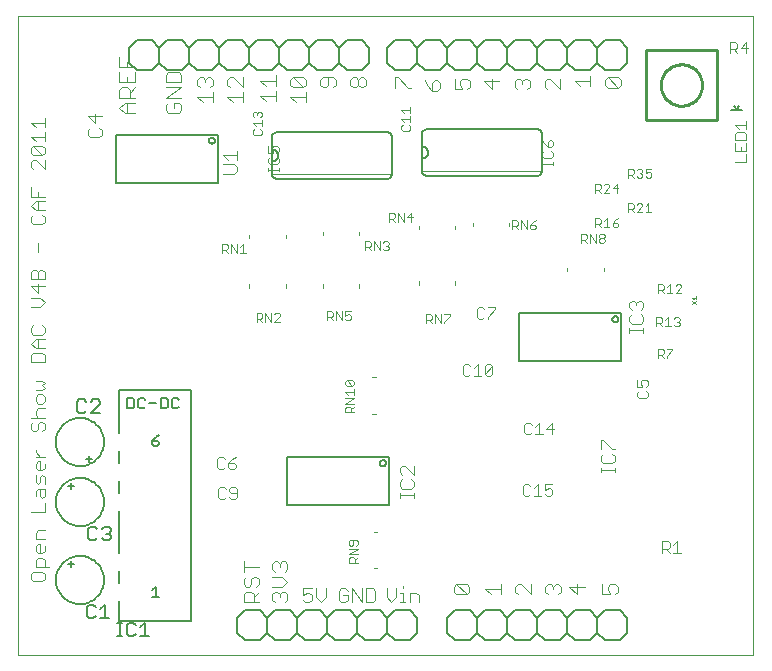
<source format=gto>
G75*
G70*
%OFA0B0*%
%FSLAX24Y24*%
%IPPOS*%
%LPD*%
%AMOC8*
5,1,8,0,0,1.08239X$1,22.5*
%
%ADD10C,0.0040*%
%ADD11C,0.0000*%
%ADD12C,0.0060*%
%ADD13C,0.0050*%
%ADD14C,0.0020*%
%ADD15C,0.0030*%
%ADD16C,0.0100*%
%ADD17C,0.0080*%
D10*
X003127Y003559D02*
X003434Y003559D01*
X003511Y003635D01*
X003511Y003789D01*
X003434Y003865D01*
X003127Y003865D01*
X003050Y003789D01*
X003050Y003635D01*
X003127Y003559D01*
X003204Y004019D02*
X003204Y004249D01*
X003280Y004326D01*
X003434Y004326D01*
X003511Y004249D01*
X003511Y004019D01*
X003664Y004019D02*
X003204Y004019D01*
X003280Y004479D02*
X003204Y004556D01*
X003204Y004709D01*
X003280Y004786D01*
X003357Y004786D01*
X003357Y004479D01*
X003434Y004479D02*
X003280Y004479D01*
X003434Y004479D02*
X003511Y004556D01*
X003511Y004709D01*
X003511Y004940D02*
X003204Y004940D01*
X003204Y005170D01*
X003280Y005246D01*
X003511Y005246D01*
X003511Y005860D02*
X003050Y005860D01*
X003511Y005860D02*
X003511Y006167D01*
X003434Y006321D02*
X003357Y006397D01*
X003357Y006628D01*
X003280Y006628D02*
X003511Y006628D01*
X003511Y006397D01*
X003434Y006321D01*
X003204Y006397D02*
X003204Y006551D01*
X003280Y006628D01*
X003280Y006781D02*
X003204Y006858D01*
X003204Y007088D01*
X003357Y007011D02*
X003357Y006858D01*
X003280Y006781D01*
X003511Y006781D02*
X003511Y007011D01*
X003434Y007088D01*
X003357Y007011D01*
X003357Y007241D02*
X003357Y007548D01*
X003280Y007548D01*
X003204Y007471D01*
X003204Y007318D01*
X003280Y007241D01*
X003434Y007241D01*
X003511Y007318D01*
X003511Y007471D01*
X003511Y007702D02*
X003204Y007702D01*
X003204Y007855D02*
X003204Y007932D01*
X003204Y007855D02*
X003357Y007702D01*
X003434Y008546D02*
X003511Y008622D01*
X003511Y008776D01*
X003434Y008853D01*
X003357Y008853D01*
X003280Y008776D01*
X003280Y008622D01*
X003204Y008546D01*
X003127Y008546D01*
X003050Y008622D01*
X003050Y008776D01*
X003127Y008853D01*
X003050Y009006D02*
X003511Y009006D01*
X003280Y009006D02*
X003204Y009083D01*
X003204Y009236D01*
X003280Y009313D01*
X003511Y009313D01*
X003434Y009466D02*
X003511Y009543D01*
X003511Y009697D01*
X003434Y009773D01*
X003280Y009773D01*
X003204Y009697D01*
X003204Y009543D01*
X003280Y009466D01*
X003434Y009466D01*
X003434Y009927D02*
X003511Y010003D01*
X003434Y010080D01*
X003511Y010157D01*
X003434Y010234D01*
X003204Y010234D01*
X003204Y009927D02*
X003434Y009927D01*
X003511Y010847D02*
X003050Y010847D01*
X003050Y011078D01*
X003127Y011154D01*
X003434Y011154D01*
X003511Y011078D01*
X003511Y010847D01*
X003511Y011308D02*
X003204Y011308D01*
X003050Y011461D01*
X003204Y011615D01*
X003511Y011615D01*
X003434Y011768D02*
X003511Y011845D01*
X003511Y011998D01*
X003434Y012075D01*
X003434Y011768D02*
X003127Y011768D01*
X003050Y011845D01*
X003050Y011998D01*
X003127Y012075D01*
X003280Y011615D02*
X003280Y011308D01*
X003357Y012689D02*
X003050Y012689D01*
X003050Y012996D02*
X003357Y012996D01*
X003511Y012842D01*
X003357Y012689D01*
X003280Y013149D02*
X003280Y013456D01*
X003280Y013610D02*
X003280Y013840D01*
X003357Y013916D01*
X003434Y013916D01*
X003511Y013840D01*
X003511Y013610D01*
X003050Y013610D01*
X003050Y013840D01*
X003127Y013916D01*
X003204Y013916D01*
X003280Y013840D01*
X003050Y013379D02*
X003280Y013149D01*
X003511Y013379D02*
X003050Y013379D01*
X003280Y014530D02*
X003280Y014837D01*
X003127Y015451D02*
X003434Y015451D01*
X003511Y015528D01*
X003511Y015681D01*
X003434Y015758D01*
X003511Y015911D02*
X003204Y015911D01*
X003050Y016065D01*
X003204Y016218D01*
X003511Y016218D01*
X003511Y016372D02*
X003050Y016372D01*
X003050Y016679D01*
X003280Y016525D02*
X003280Y016372D01*
X003280Y016218D02*
X003280Y015911D01*
X003127Y015758D02*
X003050Y015681D01*
X003050Y015528D01*
X003127Y015451D01*
X003127Y017292D02*
X003050Y017369D01*
X003050Y017523D01*
X003127Y017599D01*
X003204Y017599D01*
X003511Y017292D01*
X003511Y017599D01*
X003434Y017753D02*
X003511Y017829D01*
X003511Y017983D01*
X003434Y018060D01*
X003127Y018060D01*
X003434Y017753D01*
X003127Y017753D01*
X003050Y017829D01*
X003050Y017983D01*
X003127Y018060D01*
X003204Y018213D02*
X003050Y018367D01*
X003511Y018367D01*
X003511Y018520D02*
X003511Y018213D01*
X003511Y018673D02*
X003511Y018980D01*
X003511Y018827D02*
X003050Y018827D01*
X003204Y018673D01*
X004950Y018589D02*
X004950Y018435D01*
X005027Y018359D01*
X005334Y018359D01*
X005411Y018435D01*
X005411Y018589D01*
X005334Y018665D01*
X005180Y018819D02*
X005180Y019126D01*
X004950Y019049D02*
X005180Y018819D01*
X005027Y018665D02*
X004950Y018589D01*
X004950Y019049D02*
X005411Y019049D01*
X005999Y019329D02*
X006169Y019500D01*
X006511Y019500D01*
X006511Y019666D02*
X005999Y019666D01*
X005999Y019922D01*
X006084Y020007D01*
X006255Y020007D01*
X006340Y019922D01*
X006340Y019666D01*
X006340Y019837D02*
X006511Y020007D01*
X006511Y020174D02*
X006511Y020515D01*
X006511Y020681D02*
X005999Y020681D01*
X005999Y021022D01*
X006255Y020852D02*
X006255Y020681D01*
X005999Y020515D02*
X005999Y020174D01*
X006511Y020174D01*
X006255Y020174D02*
X006255Y020344D01*
X006255Y019500D02*
X006255Y019159D01*
X006169Y019159D02*
X005999Y019329D01*
X006169Y019159D02*
X006511Y019159D01*
X007549Y019244D02*
X007634Y019159D01*
X007975Y019159D01*
X008061Y019244D01*
X008061Y019414D01*
X007975Y019500D01*
X007805Y019500D01*
X007805Y019329D01*
X007634Y019500D02*
X007549Y019414D01*
X007549Y019244D01*
X007549Y019666D02*
X008061Y020007D01*
X007549Y020007D01*
X007549Y020174D02*
X007549Y020429D01*
X007634Y020515D01*
X007975Y020515D01*
X008061Y020429D01*
X008061Y020174D01*
X007549Y020174D01*
X007549Y019666D02*
X008061Y019666D01*
X008599Y019679D02*
X008769Y019509D01*
X008599Y019679D02*
X009111Y019679D01*
X009111Y019509D02*
X009111Y019850D01*
X009025Y020016D02*
X009111Y020101D01*
X009111Y020272D01*
X009025Y020357D01*
X008940Y020357D01*
X008855Y020272D01*
X008855Y020187D01*
X008855Y020272D02*
X008769Y020357D01*
X008684Y020357D01*
X008599Y020272D01*
X008599Y020101D01*
X008684Y020016D01*
X009599Y020101D02*
X009684Y020016D01*
X009599Y020101D02*
X009599Y020272D01*
X009684Y020357D01*
X009769Y020357D01*
X010111Y020016D01*
X010111Y020357D01*
X010111Y019850D02*
X010111Y019509D01*
X010111Y019679D02*
X009599Y019679D01*
X009769Y019509D01*
X010699Y019729D02*
X011211Y019729D01*
X011211Y019559D02*
X011211Y019900D01*
X011211Y020066D02*
X011211Y020407D01*
X011211Y020237D02*
X010699Y020237D01*
X010869Y020066D01*
X010699Y019729D02*
X010869Y019559D01*
X011699Y019679D02*
X012211Y019679D01*
X012211Y019509D02*
X012211Y019850D01*
X012125Y020016D02*
X011784Y020357D01*
X012125Y020357D01*
X012211Y020272D01*
X012211Y020101D01*
X012125Y020016D01*
X011784Y020016D01*
X011699Y020101D01*
X011699Y020272D01*
X011784Y020357D01*
X011699Y019679D02*
X011869Y019509D01*
X012699Y020094D02*
X012784Y020009D01*
X012869Y020009D01*
X012955Y020094D01*
X012955Y020350D01*
X013125Y020350D02*
X012784Y020350D01*
X012699Y020264D01*
X012699Y020094D01*
X013125Y020009D02*
X013211Y020094D01*
X013211Y020264D01*
X013125Y020350D01*
X013699Y020264D02*
X013699Y020094D01*
X013784Y020009D01*
X013869Y020009D01*
X013955Y020094D01*
X013955Y020264D01*
X014040Y020350D01*
X014125Y020350D01*
X014211Y020264D01*
X014211Y020094D01*
X014125Y020009D01*
X014040Y020009D01*
X013955Y020094D01*
X013955Y020264D02*
X013869Y020350D01*
X013784Y020350D01*
X013699Y020264D01*
X015198Y020344D02*
X015198Y020003D01*
X015283Y020344D02*
X015624Y020003D01*
X015710Y020003D01*
X016173Y020244D02*
X016258Y020074D01*
X016429Y019903D01*
X016429Y020159D01*
X016514Y020244D01*
X016599Y020244D01*
X016685Y020159D01*
X016685Y019989D01*
X016599Y019903D01*
X016429Y019903D01*
X017173Y019953D02*
X017429Y019953D01*
X017344Y020124D01*
X017344Y020209D01*
X017429Y020294D01*
X017599Y020294D01*
X017685Y020209D01*
X017685Y020039D01*
X017599Y019953D01*
X017173Y019953D02*
X017173Y020294D01*
X018148Y020209D02*
X018404Y019953D01*
X018404Y020294D01*
X018660Y020209D02*
X018148Y020209D01*
X019173Y020209D02*
X019258Y020294D01*
X019344Y020294D01*
X019429Y020209D01*
X019514Y020294D01*
X019599Y020294D01*
X019685Y020209D01*
X019685Y020039D01*
X019599Y019953D01*
X019429Y020124D02*
X019429Y020209D01*
X019173Y020209D02*
X019173Y020039D01*
X019258Y019953D01*
X020173Y020039D02*
X020258Y019953D01*
X020173Y020039D02*
X020173Y020209D01*
X020258Y020294D01*
X020344Y020294D01*
X020685Y019953D01*
X020685Y020294D01*
X021173Y020224D02*
X021685Y020224D01*
X021685Y020394D02*
X021685Y020053D01*
X021344Y020053D02*
X021173Y020224D01*
X022198Y020259D02*
X022198Y020089D01*
X022283Y020003D01*
X022624Y020003D01*
X022283Y020344D01*
X022624Y020344D01*
X022710Y020259D01*
X022710Y020089D01*
X022624Y020003D01*
X022283Y020344D02*
X022198Y020259D01*
X020401Y018263D02*
X020340Y018263D01*
X020280Y018202D01*
X020280Y018022D01*
X020401Y018022D01*
X020461Y018082D01*
X020461Y018202D01*
X020401Y018263D01*
X020160Y018142D02*
X020280Y018022D01*
X020160Y018142D02*
X020100Y018263D01*
X020160Y017894D02*
X020100Y017834D01*
X020100Y017714D01*
X020160Y017654D01*
X020401Y017654D01*
X020461Y017714D01*
X020461Y017834D01*
X020401Y017894D01*
X020461Y017529D02*
X020461Y017409D01*
X020461Y017469D02*
X020100Y017469D01*
X020100Y017409D02*
X020100Y017529D01*
X018991Y015498D02*
X018991Y015379D01*
X017770Y015379D02*
X017770Y015498D01*
X017191Y015398D02*
X017191Y015279D01*
X015970Y015279D02*
X015970Y015398D01*
X013991Y015198D02*
X013991Y015079D01*
X012770Y015079D02*
X012770Y015198D01*
X011541Y015098D02*
X011541Y014979D01*
X010320Y014979D02*
X010320Y015098D01*
X010320Y013448D02*
X010320Y013329D01*
X011541Y013329D02*
X011541Y013448D01*
X012770Y013448D02*
X012770Y013329D01*
X013991Y013329D02*
X013991Y013448D01*
X015970Y013429D02*
X015970Y013548D01*
X017191Y013548D02*
X017191Y013429D01*
X020920Y013879D02*
X020920Y013998D01*
X022141Y013998D02*
X022141Y013879D01*
X023077Y012905D02*
X023154Y012905D01*
X023230Y012828D01*
X023307Y012905D01*
X023384Y012905D01*
X023461Y012828D01*
X023461Y012675D01*
X023384Y012598D01*
X023384Y012445D02*
X023461Y012368D01*
X023461Y012214D01*
X023384Y012138D01*
X023077Y012138D01*
X023000Y012214D01*
X023000Y012368D01*
X023077Y012445D01*
X023077Y012598D02*
X023000Y012675D01*
X023000Y012828D01*
X023077Y012905D01*
X023230Y012828D02*
X023230Y012751D01*
X023000Y011984D02*
X023000Y011831D01*
X023000Y011908D02*
X023461Y011908D01*
X023461Y011984D02*
X023461Y011831D01*
X022127Y008255D02*
X022434Y007948D01*
X022511Y007948D01*
X022434Y007795D02*
X022511Y007718D01*
X022511Y007564D01*
X022434Y007488D01*
X022127Y007488D01*
X022050Y007564D01*
X022050Y007718D01*
X022127Y007795D01*
X022050Y007948D02*
X022050Y008255D01*
X022127Y008255D01*
X022050Y007334D02*
X022050Y007181D01*
X022050Y007258D02*
X022511Y007258D01*
X022511Y007334D02*
X022511Y007181D01*
X022525Y003450D02*
X022355Y003450D01*
X022269Y003364D01*
X022269Y003279D01*
X022355Y003109D01*
X022099Y003109D01*
X022099Y003450D01*
X022525Y003450D02*
X022611Y003364D01*
X022611Y003194D01*
X022525Y003109D01*
X021511Y003364D02*
X020999Y003364D01*
X021255Y003109D01*
X021255Y003450D01*
X020711Y003364D02*
X020711Y003194D01*
X020625Y003109D01*
X020455Y003279D02*
X020455Y003364D01*
X020540Y003450D01*
X020625Y003450D01*
X020711Y003364D01*
X020455Y003364D02*
X020369Y003450D01*
X020284Y003450D01*
X020199Y003364D01*
X020199Y003194D01*
X020284Y003109D01*
X019711Y003109D02*
X019711Y003450D01*
X019369Y003450D02*
X019284Y003450D01*
X019199Y003364D01*
X019199Y003194D01*
X019284Y003109D01*
X018711Y003109D02*
X018711Y003450D01*
X018711Y003279D02*
X018199Y003279D01*
X018369Y003109D01*
X017661Y003194D02*
X017575Y003109D01*
X017234Y003450D01*
X017575Y003450D01*
X017661Y003364D01*
X017661Y003194D01*
X017575Y003109D02*
X017234Y003109D01*
X017149Y003194D01*
X017149Y003364D01*
X017234Y003450D01*
X015978Y003083D02*
X015978Y002853D01*
X015978Y003083D02*
X015901Y003160D01*
X015671Y003160D01*
X015671Y002853D01*
X015518Y002853D02*
X015364Y002853D01*
X015441Y002853D02*
X015441Y003160D01*
X015364Y003160D01*
X015441Y003314D02*
X015441Y003390D01*
X015211Y003314D02*
X015211Y003007D01*
X015057Y002853D01*
X014904Y003007D01*
X014904Y003314D01*
X014531Y003237D02*
X014531Y002930D01*
X014455Y002853D01*
X014225Y002853D01*
X014225Y003314D01*
X014455Y003314D01*
X014531Y003237D01*
X014071Y003314D02*
X014071Y002853D01*
X013764Y003314D01*
X013764Y002853D01*
X013611Y002930D02*
X013611Y003083D01*
X013457Y003083D01*
X013304Y002930D02*
X013381Y002853D01*
X013534Y002853D01*
X013611Y002930D01*
X013611Y003237D02*
X013534Y003314D01*
X013381Y003314D01*
X013304Y003237D01*
X013304Y002930D01*
X012871Y003007D02*
X012718Y002853D01*
X012564Y003007D01*
X012564Y003314D01*
X012411Y003314D02*
X012104Y003314D01*
X012104Y003083D01*
X012257Y003160D01*
X012334Y003160D01*
X012411Y003083D01*
X012411Y002930D01*
X012334Y002853D01*
X012181Y002853D01*
X012104Y002930D01*
X011599Y002939D02*
X011514Y002853D01*
X011599Y002939D02*
X011599Y003109D01*
X011514Y003194D01*
X011428Y003194D01*
X011343Y003109D01*
X011343Y003024D01*
X011343Y003109D02*
X011258Y003194D01*
X011172Y003194D01*
X011087Y003109D01*
X011087Y002939D01*
X011172Y002853D01*
X011087Y003361D02*
X011428Y003361D01*
X011599Y003531D01*
X011428Y003702D01*
X011087Y003702D01*
X011172Y003868D02*
X011087Y003954D01*
X011087Y004124D01*
X011172Y004209D01*
X011258Y004209D01*
X011343Y004124D01*
X011428Y004209D01*
X011514Y004209D01*
X011599Y004124D01*
X011599Y003954D01*
X011514Y003868D01*
X011343Y004039D02*
X011343Y004124D01*
X010649Y004039D02*
X010137Y004039D01*
X010137Y004209D02*
X010137Y003868D01*
X010222Y003702D02*
X010137Y003617D01*
X010137Y003446D01*
X010222Y003361D01*
X010308Y003361D01*
X010393Y003446D01*
X010393Y003617D01*
X010478Y003702D01*
X010564Y003702D01*
X010649Y003617D01*
X010649Y003446D01*
X010564Y003361D01*
X010649Y003194D02*
X010478Y003024D01*
X010478Y003109D02*
X010478Y002853D01*
X010649Y002853D02*
X010137Y002853D01*
X010137Y003109D01*
X010222Y003194D01*
X010393Y003194D01*
X010478Y003109D01*
X012871Y003007D02*
X012871Y003314D01*
X014471Y003978D02*
X014590Y003978D01*
X014590Y005199D02*
X014471Y005199D01*
X015350Y006331D02*
X015350Y006484D01*
X015350Y006408D02*
X015811Y006408D01*
X015811Y006484D02*
X015811Y006331D01*
X015734Y006638D02*
X015427Y006638D01*
X015350Y006714D01*
X015350Y006868D01*
X015427Y006945D01*
X015427Y007098D02*
X015350Y007175D01*
X015350Y007328D01*
X015427Y007405D01*
X015504Y007405D01*
X015811Y007098D01*
X015811Y007405D01*
X015734Y006945D02*
X015811Y006868D01*
X015811Y006714D01*
X015734Y006638D01*
X014540Y009128D02*
X014421Y009128D01*
X014421Y010349D02*
X014540Y010349D01*
X011311Y017209D02*
X011311Y017329D01*
X011311Y017269D02*
X010950Y017269D01*
X010950Y017209D02*
X010950Y017329D01*
X011010Y017454D02*
X011251Y017454D01*
X011311Y017514D01*
X011311Y017634D01*
X011251Y017694D01*
X011251Y017822D02*
X011311Y017882D01*
X011311Y018002D01*
X011251Y018063D01*
X011130Y018063D01*
X011070Y018002D01*
X011070Y017942D01*
X011130Y017822D01*
X010950Y017822D01*
X010950Y018063D01*
X011010Y017694D02*
X010950Y017634D01*
X010950Y017514D01*
X011010Y017454D01*
X009911Y017368D02*
X009911Y017214D01*
X009834Y017138D01*
X009450Y017138D01*
X009450Y017445D02*
X009834Y017445D01*
X009911Y017368D01*
X009911Y017598D02*
X009911Y017905D01*
X009911Y017752D02*
X009450Y017752D01*
X009604Y017598D01*
X015198Y020344D02*
X015283Y020344D01*
X019369Y003450D02*
X019711Y003109D01*
D11*
X002631Y001089D02*
X002631Y022389D01*
X027131Y022389D01*
X027131Y001089D01*
X002631Y001089D01*
D12*
X005981Y002239D02*
X005981Y002889D01*
X005981Y003489D02*
X005981Y003889D01*
X005981Y004489D02*
X005981Y005889D01*
X005981Y006489D02*
X005981Y006889D01*
X005981Y007489D02*
X005981Y007889D01*
X005981Y008489D02*
X005981Y009939D01*
X008381Y009939D01*
X008381Y002239D01*
X005981Y002239D01*
X003881Y003589D02*
X003883Y003645D01*
X003889Y003702D01*
X003899Y003757D01*
X003913Y003812D01*
X003930Y003866D01*
X003952Y003918D01*
X003977Y003968D01*
X004005Y004017D01*
X004037Y004064D01*
X004072Y004108D01*
X004110Y004150D01*
X004151Y004189D01*
X004195Y004224D01*
X004241Y004257D01*
X004289Y004286D01*
X004339Y004312D01*
X004391Y004335D01*
X004445Y004353D01*
X004499Y004368D01*
X004554Y004379D01*
X004610Y004386D01*
X004667Y004389D01*
X004723Y004388D01*
X004780Y004383D01*
X004835Y004374D01*
X004890Y004361D01*
X004944Y004344D01*
X004997Y004324D01*
X005048Y004300D01*
X005097Y004272D01*
X005144Y004241D01*
X005189Y004207D01*
X005232Y004169D01*
X005271Y004129D01*
X005308Y004086D01*
X005341Y004041D01*
X005371Y003993D01*
X005398Y003943D01*
X005421Y003892D01*
X005441Y003839D01*
X005457Y003785D01*
X005469Y003729D01*
X005477Y003674D01*
X005481Y003617D01*
X005481Y003561D01*
X005477Y003504D01*
X005469Y003449D01*
X005457Y003393D01*
X005441Y003339D01*
X005421Y003286D01*
X005398Y003235D01*
X005371Y003185D01*
X005341Y003137D01*
X005308Y003092D01*
X005271Y003049D01*
X005232Y003009D01*
X005189Y002971D01*
X005144Y002937D01*
X005097Y002906D01*
X005048Y002878D01*
X004997Y002854D01*
X004944Y002834D01*
X004890Y002817D01*
X004835Y002804D01*
X004780Y002795D01*
X004723Y002790D01*
X004667Y002789D01*
X004610Y002792D01*
X004554Y002799D01*
X004499Y002810D01*
X004445Y002825D01*
X004391Y002843D01*
X004339Y002866D01*
X004289Y002892D01*
X004241Y002921D01*
X004195Y002954D01*
X004151Y002989D01*
X004110Y003028D01*
X004072Y003070D01*
X004037Y003114D01*
X004005Y003161D01*
X003977Y003210D01*
X003952Y003260D01*
X003930Y003312D01*
X003913Y003366D01*
X003899Y003421D01*
X003889Y003476D01*
X003883Y003533D01*
X003881Y003589D01*
X004381Y004039D02*
X004381Y004239D01*
X004281Y004139D02*
X004481Y004139D01*
X003881Y006189D02*
X003883Y006245D01*
X003889Y006302D01*
X003899Y006357D01*
X003913Y006412D01*
X003930Y006466D01*
X003952Y006518D01*
X003977Y006568D01*
X004005Y006617D01*
X004037Y006664D01*
X004072Y006708D01*
X004110Y006750D01*
X004151Y006789D01*
X004195Y006824D01*
X004241Y006857D01*
X004289Y006886D01*
X004339Y006912D01*
X004391Y006935D01*
X004445Y006953D01*
X004499Y006968D01*
X004554Y006979D01*
X004610Y006986D01*
X004667Y006989D01*
X004723Y006988D01*
X004780Y006983D01*
X004835Y006974D01*
X004890Y006961D01*
X004944Y006944D01*
X004997Y006924D01*
X005048Y006900D01*
X005097Y006872D01*
X005144Y006841D01*
X005189Y006807D01*
X005232Y006769D01*
X005271Y006729D01*
X005308Y006686D01*
X005341Y006641D01*
X005371Y006593D01*
X005398Y006543D01*
X005421Y006492D01*
X005441Y006439D01*
X005457Y006385D01*
X005469Y006329D01*
X005477Y006274D01*
X005481Y006217D01*
X005481Y006161D01*
X005477Y006104D01*
X005469Y006049D01*
X005457Y005993D01*
X005441Y005939D01*
X005421Y005886D01*
X005398Y005835D01*
X005371Y005785D01*
X005341Y005737D01*
X005308Y005692D01*
X005271Y005649D01*
X005232Y005609D01*
X005189Y005571D01*
X005144Y005537D01*
X005097Y005506D01*
X005048Y005478D01*
X004997Y005454D01*
X004944Y005434D01*
X004890Y005417D01*
X004835Y005404D01*
X004780Y005395D01*
X004723Y005390D01*
X004667Y005389D01*
X004610Y005392D01*
X004554Y005399D01*
X004499Y005410D01*
X004445Y005425D01*
X004391Y005443D01*
X004339Y005466D01*
X004289Y005492D01*
X004241Y005521D01*
X004195Y005554D01*
X004151Y005589D01*
X004110Y005628D01*
X004072Y005670D01*
X004037Y005714D01*
X004005Y005761D01*
X003977Y005810D01*
X003952Y005860D01*
X003930Y005912D01*
X003913Y005966D01*
X003899Y006021D01*
X003889Y006076D01*
X003883Y006133D01*
X003881Y006189D01*
X004381Y006639D02*
X004381Y006839D01*
X004281Y006739D02*
X004481Y006739D01*
X004981Y007539D02*
X004981Y007739D01*
X005081Y007639D02*
X004881Y007639D01*
X003881Y008189D02*
X003883Y008245D01*
X003889Y008302D01*
X003899Y008357D01*
X003913Y008412D01*
X003930Y008466D01*
X003952Y008518D01*
X003977Y008568D01*
X004005Y008617D01*
X004037Y008664D01*
X004072Y008708D01*
X004110Y008750D01*
X004151Y008789D01*
X004195Y008824D01*
X004241Y008857D01*
X004289Y008886D01*
X004339Y008912D01*
X004391Y008935D01*
X004445Y008953D01*
X004499Y008968D01*
X004554Y008979D01*
X004610Y008986D01*
X004667Y008989D01*
X004723Y008988D01*
X004780Y008983D01*
X004835Y008974D01*
X004890Y008961D01*
X004944Y008944D01*
X004997Y008924D01*
X005048Y008900D01*
X005097Y008872D01*
X005144Y008841D01*
X005189Y008807D01*
X005232Y008769D01*
X005271Y008729D01*
X005308Y008686D01*
X005341Y008641D01*
X005371Y008593D01*
X005398Y008543D01*
X005421Y008492D01*
X005441Y008439D01*
X005457Y008385D01*
X005469Y008329D01*
X005477Y008274D01*
X005481Y008217D01*
X005481Y008161D01*
X005477Y008104D01*
X005469Y008049D01*
X005457Y007993D01*
X005441Y007939D01*
X005421Y007886D01*
X005398Y007835D01*
X005371Y007785D01*
X005341Y007737D01*
X005308Y007692D01*
X005271Y007649D01*
X005232Y007609D01*
X005189Y007571D01*
X005144Y007537D01*
X005097Y007506D01*
X005048Y007478D01*
X004997Y007454D01*
X004944Y007434D01*
X004890Y007417D01*
X004835Y007404D01*
X004780Y007395D01*
X004723Y007390D01*
X004667Y007389D01*
X004610Y007392D01*
X004554Y007399D01*
X004499Y007410D01*
X004445Y007425D01*
X004391Y007443D01*
X004339Y007466D01*
X004289Y007492D01*
X004241Y007521D01*
X004195Y007554D01*
X004151Y007589D01*
X004110Y007628D01*
X004072Y007670D01*
X004037Y007714D01*
X004005Y007761D01*
X003977Y007810D01*
X003952Y007860D01*
X003930Y007912D01*
X003913Y007966D01*
X003899Y008021D01*
X003889Y008076D01*
X003883Y008133D01*
X003881Y008189D01*
X009931Y002339D02*
X010181Y002589D01*
X010681Y002589D01*
X010931Y002339D01*
X011181Y002589D01*
X011681Y002589D01*
X011931Y002339D01*
X011931Y001839D01*
X011681Y001589D01*
X011181Y001589D01*
X010931Y001839D01*
X010681Y001589D01*
X010181Y001589D01*
X009931Y001839D01*
X009931Y002339D01*
X010931Y002339D02*
X010931Y001839D01*
X011931Y001839D02*
X012181Y001589D01*
X012681Y001589D01*
X012931Y001839D01*
X013181Y001589D01*
X013681Y001589D01*
X013931Y001839D01*
X014181Y001589D01*
X014681Y001589D01*
X014931Y001839D01*
X015181Y001589D01*
X015681Y001589D01*
X015931Y001839D01*
X015931Y002339D01*
X015681Y002589D01*
X015181Y002589D01*
X014931Y002339D01*
X014931Y001839D01*
X014931Y002339D02*
X014681Y002589D01*
X014181Y002589D01*
X013931Y002339D01*
X013931Y001839D01*
X013931Y002339D02*
X013681Y002589D01*
X013181Y002589D01*
X012931Y002339D01*
X012931Y001839D01*
X012931Y002339D02*
X012681Y002589D01*
X012181Y002589D01*
X011931Y002339D01*
X016931Y002339D02*
X016931Y001839D01*
X017181Y001589D01*
X017681Y001589D01*
X017931Y001839D01*
X018181Y001589D01*
X018681Y001589D01*
X018931Y001839D01*
X018931Y002339D01*
X018681Y002589D01*
X018181Y002589D01*
X017931Y002339D01*
X017931Y001839D01*
X017931Y002339D02*
X017681Y002589D01*
X017181Y002589D01*
X016931Y002339D01*
X018931Y002339D02*
X019181Y002589D01*
X019681Y002589D01*
X019931Y002339D01*
X020181Y002589D01*
X020681Y002589D01*
X020931Y002339D01*
X021181Y002589D01*
X021681Y002589D01*
X021931Y002339D01*
X022181Y002589D01*
X022681Y002589D01*
X022931Y002339D01*
X022931Y001839D01*
X022681Y001589D01*
X022181Y001589D01*
X021931Y001839D01*
X021681Y001589D01*
X021181Y001589D01*
X020931Y001839D01*
X020681Y001589D01*
X020181Y001589D01*
X019931Y001839D01*
X019681Y001589D01*
X019181Y001589D01*
X018931Y001839D01*
X019931Y001839D02*
X019931Y002339D01*
X020931Y002339D02*
X020931Y001839D01*
X021931Y001839D02*
X021931Y002339D01*
X019931Y017069D02*
X016231Y017069D01*
X016208Y017071D01*
X016185Y017076D01*
X016163Y017085D01*
X016143Y017098D01*
X016125Y017113D01*
X016110Y017131D01*
X016097Y017151D01*
X016088Y017173D01*
X016083Y017196D01*
X016081Y017219D01*
X016081Y017639D01*
X016081Y018039D01*
X016081Y018459D01*
X016083Y018482D01*
X016088Y018505D01*
X016097Y018527D01*
X016110Y018547D01*
X016125Y018565D01*
X016143Y018580D01*
X016163Y018593D01*
X016185Y018602D01*
X016208Y018607D01*
X016231Y018609D01*
X019931Y018609D01*
X019954Y018607D01*
X019977Y018602D01*
X019999Y018593D01*
X020019Y018580D01*
X020037Y018565D01*
X020052Y018547D01*
X020065Y018527D01*
X020074Y018505D01*
X020079Y018482D01*
X020081Y018459D01*
X020081Y017219D01*
X020079Y017196D01*
X020074Y017173D01*
X020065Y017151D01*
X020052Y017131D01*
X020037Y017113D01*
X020019Y017098D01*
X019999Y017085D01*
X019977Y017076D01*
X019954Y017071D01*
X019931Y017069D01*
X016081Y017639D02*
X016108Y017641D01*
X016135Y017646D01*
X016161Y017656D01*
X016185Y017668D01*
X016207Y017684D01*
X016227Y017702D01*
X016244Y017724D01*
X016259Y017747D01*
X016269Y017772D01*
X016277Y017798D01*
X016281Y017825D01*
X016281Y017853D01*
X016277Y017880D01*
X016269Y017906D01*
X016259Y017931D01*
X016244Y017954D01*
X016227Y017976D01*
X016207Y017994D01*
X016185Y018010D01*
X016161Y018022D01*
X016135Y018032D01*
X016108Y018037D01*
X016081Y018039D01*
X015081Y018359D02*
X015081Y017119D01*
X015079Y017096D01*
X015074Y017073D01*
X015065Y017051D01*
X015052Y017031D01*
X015037Y017013D01*
X015019Y016998D01*
X014999Y016985D01*
X014977Y016976D01*
X014954Y016971D01*
X014931Y016969D01*
X011231Y016969D01*
X011208Y016971D01*
X011185Y016976D01*
X011163Y016985D01*
X011143Y016998D01*
X011125Y017013D01*
X011110Y017031D01*
X011097Y017051D01*
X011088Y017073D01*
X011083Y017096D01*
X011081Y017119D01*
X011081Y017539D01*
X011081Y017939D01*
X011081Y018359D01*
X011083Y018382D01*
X011088Y018405D01*
X011097Y018427D01*
X011110Y018447D01*
X011125Y018465D01*
X011143Y018480D01*
X011163Y018493D01*
X011185Y018502D01*
X011208Y018507D01*
X011231Y018509D01*
X014931Y018509D01*
X014954Y018507D01*
X014977Y018502D01*
X014999Y018493D01*
X015019Y018480D01*
X015037Y018465D01*
X015052Y018447D01*
X015065Y018427D01*
X015074Y018405D01*
X015079Y018382D01*
X015081Y018359D01*
X015181Y020589D02*
X015681Y020589D01*
X015931Y020839D01*
X016181Y020589D01*
X016681Y020589D01*
X016931Y020839D01*
X016931Y021339D01*
X016681Y021589D01*
X016181Y021589D01*
X015931Y021339D01*
X015931Y020839D01*
X015931Y021339D02*
X015681Y021589D01*
X015181Y021589D01*
X014931Y021339D01*
X014931Y020839D01*
X015181Y020589D01*
X014331Y020839D02*
X014081Y020589D01*
X013581Y020589D01*
X013331Y020839D01*
X013081Y020589D01*
X012581Y020589D01*
X012331Y020839D01*
X012081Y020589D01*
X011581Y020589D01*
X011331Y020839D01*
X011081Y020589D01*
X010581Y020589D01*
X010331Y020839D01*
X010081Y020589D01*
X009581Y020589D01*
X009331Y020839D01*
X009081Y020589D01*
X008581Y020589D01*
X008331Y020839D01*
X008081Y020589D01*
X007581Y020589D01*
X007331Y020839D01*
X007081Y020589D01*
X006581Y020589D01*
X006331Y020839D01*
X006331Y021339D01*
X006581Y021589D01*
X007081Y021589D01*
X007331Y021339D01*
X007581Y021589D01*
X008081Y021589D01*
X008331Y021339D01*
X008331Y020839D01*
X008331Y021339D02*
X008581Y021589D01*
X009081Y021589D01*
X009331Y021339D01*
X009581Y021589D01*
X010081Y021589D01*
X010331Y021339D01*
X010581Y021589D01*
X011081Y021589D01*
X011331Y021339D01*
X011331Y020839D01*
X011331Y021339D02*
X011581Y021589D01*
X012081Y021589D01*
X012331Y021339D01*
X012581Y021589D01*
X013081Y021589D01*
X013331Y021339D01*
X013581Y021589D01*
X014081Y021589D01*
X014331Y021339D01*
X014331Y020839D01*
X013331Y020839D02*
X013331Y021339D01*
X012331Y021339D02*
X012331Y020839D01*
X010331Y020839D02*
X010331Y021339D01*
X009331Y021339D02*
X009331Y020839D01*
X007331Y020839D02*
X007331Y021339D01*
X011081Y017939D02*
X011108Y017937D01*
X011135Y017932D01*
X011161Y017922D01*
X011185Y017910D01*
X011207Y017894D01*
X011227Y017876D01*
X011244Y017854D01*
X011259Y017831D01*
X011269Y017806D01*
X011277Y017780D01*
X011281Y017753D01*
X011281Y017725D01*
X011277Y017698D01*
X011269Y017672D01*
X011259Y017647D01*
X011244Y017624D01*
X011227Y017602D01*
X011207Y017584D01*
X011185Y017568D01*
X011161Y017556D01*
X011135Y017546D01*
X011108Y017541D01*
X011081Y017539D01*
X016931Y020839D02*
X017181Y020589D01*
X017681Y020589D01*
X017931Y020839D01*
X018181Y020589D01*
X018681Y020589D01*
X018931Y020839D01*
X019181Y020589D01*
X019681Y020589D01*
X019931Y020839D01*
X019931Y021339D01*
X019681Y021589D01*
X019181Y021589D01*
X018931Y021339D01*
X018931Y020839D01*
X018931Y021339D02*
X018681Y021589D01*
X018181Y021589D01*
X017931Y021339D01*
X017931Y020839D01*
X017931Y021339D02*
X017681Y021589D01*
X017181Y021589D01*
X016931Y021339D01*
X019931Y021339D02*
X020181Y021589D01*
X020681Y021589D01*
X020931Y021339D01*
X021181Y021589D01*
X021681Y021589D01*
X021931Y021339D01*
X022181Y021589D01*
X022681Y021589D01*
X022931Y021339D01*
X022931Y020839D01*
X022681Y020589D01*
X022181Y020589D01*
X021931Y020839D01*
X021681Y020589D01*
X021181Y020589D01*
X020931Y020839D01*
X020681Y020589D01*
X020181Y020589D01*
X019931Y020839D01*
X020931Y020839D02*
X020931Y021339D01*
X021931Y021339D02*
X021931Y020839D01*
D13*
X022731Y012489D02*
X019331Y012489D01*
X019331Y010889D01*
X022731Y010889D01*
X022731Y012489D01*
X022431Y012289D02*
X022433Y012309D01*
X022439Y012327D01*
X022448Y012345D01*
X022460Y012360D01*
X022475Y012372D01*
X022493Y012381D01*
X022511Y012387D01*
X022531Y012389D01*
X022551Y012387D01*
X022569Y012381D01*
X022587Y012372D01*
X022602Y012360D01*
X022614Y012345D01*
X022623Y012327D01*
X022629Y012309D01*
X022631Y012289D01*
X022629Y012269D01*
X022623Y012251D01*
X022614Y012233D01*
X022602Y012218D01*
X022587Y012206D01*
X022569Y012197D01*
X022551Y012191D01*
X022531Y012189D01*
X022511Y012191D01*
X022493Y012197D01*
X022475Y012206D01*
X022460Y012218D01*
X022448Y012233D01*
X022439Y012251D01*
X022433Y012269D01*
X022431Y012289D01*
X014981Y007689D02*
X011581Y007689D01*
X011581Y006089D01*
X014981Y006089D01*
X014981Y007689D01*
X014681Y007489D02*
X014683Y007509D01*
X014689Y007527D01*
X014698Y007545D01*
X014710Y007560D01*
X014725Y007572D01*
X014743Y007581D01*
X014761Y007587D01*
X014781Y007589D01*
X014801Y007587D01*
X014819Y007581D01*
X014837Y007572D01*
X014852Y007560D01*
X014864Y007545D01*
X014873Y007527D01*
X014879Y007509D01*
X014881Y007489D01*
X014879Y007469D01*
X014873Y007451D01*
X014864Y007433D01*
X014852Y007418D01*
X014837Y007406D01*
X014819Y007397D01*
X014801Y007391D01*
X014781Y007389D01*
X014761Y007391D01*
X014743Y007397D01*
X014725Y007406D01*
X014710Y007418D01*
X014698Y007433D01*
X014689Y007451D01*
X014683Y007469D01*
X014681Y007489D01*
X007971Y009372D02*
X007912Y009314D01*
X007796Y009314D01*
X007737Y009372D01*
X007737Y009605D01*
X007796Y009664D01*
X007912Y009664D01*
X007971Y009605D01*
X007602Y009605D02*
X007602Y009372D01*
X007544Y009314D01*
X007369Y009314D01*
X007369Y009664D01*
X007544Y009664D01*
X007602Y009605D01*
X007234Y009489D02*
X007001Y009489D01*
X006866Y009605D02*
X006807Y009664D01*
X006691Y009664D01*
X006632Y009605D01*
X006632Y009372D01*
X006691Y009314D01*
X006807Y009314D01*
X006866Y009372D01*
X006498Y009372D02*
X006498Y009605D01*
X006439Y009664D01*
X006264Y009664D01*
X006264Y009314D01*
X006439Y009314D01*
X006498Y009372D01*
X005345Y009464D02*
X005345Y009539D01*
X005270Y009614D01*
X005120Y009614D01*
X005045Y009539D01*
X004885Y009539D02*
X004810Y009614D01*
X004660Y009614D01*
X004585Y009539D01*
X004585Y009239D01*
X004660Y009164D01*
X004810Y009164D01*
X004885Y009239D01*
X005045Y009164D02*
X005345Y009464D01*
X005345Y009164D02*
X005045Y009164D01*
X007087Y008239D02*
X007262Y008239D01*
X007321Y008180D01*
X007321Y008122D01*
X007262Y008064D01*
X007146Y008064D01*
X007087Y008122D01*
X007087Y008239D01*
X007204Y008355D01*
X007321Y008414D01*
X005641Y005364D02*
X005716Y005289D01*
X005716Y005214D01*
X005641Y005139D01*
X005716Y005064D01*
X005716Y004989D01*
X005641Y004914D01*
X005491Y004914D01*
X005416Y004989D01*
X005256Y004989D02*
X005181Y004914D01*
X005031Y004914D01*
X004956Y004989D01*
X004956Y005289D01*
X005031Y005364D01*
X005181Y005364D01*
X005256Y005289D01*
X005416Y005289D02*
X005491Y005364D01*
X005641Y005364D01*
X005641Y005139D02*
X005566Y005139D01*
X007204Y003364D02*
X007204Y003014D01*
X007087Y003014D02*
X007321Y003014D01*
X007087Y003247D02*
X007204Y003364D01*
X006845Y002164D02*
X006845Y001714D01*
X006695Y001714D02*
X006995Y001714D01*
X006695Y002014D02*
X006845Y002164D01*
X006535Y002089D02*
X006460Y002164D01*
X006310Y002164D01*
X006235Y002089D01*
X006235Y001789D01*
X006310Y001714D01*
X006460Y001714D01*
X006535Y001789D01*
X006078Y001714D02*
X005928Y001714D01*
X006003Y001714D02*
X006003Y002164D01*
X005928Y002164D02*
X006078Y002164D01*
X005666Y002314D02*
X005366Y002314D01*
X005516Y002314D02*
X005516Y002764D01*
X005366Y002614D01*
X005206Y002689D02*
X005131Y002764D01*
X004981Y002764D01*
X004906Y002689D01*
X004906Y002389D01*
X004981Y002314D01*
X005131Y002314D01*
X005206Y002389D01*
X005881Y016839D02*
X005881Y018439D01*
X009281Y018439D01*
X009281Y016839D01*
X005881Y016839D01*
X008981Y018239D02*
X008983Y018259D01*
X008989Y018277D01*
X008998Y018295D01*
X009010Y018310D01*
X009025Y018322D01*
X009043Y018331D01*
X009061Y018337D01*
X009081Y018339D01*
X009101Y018337D01*
X009119Y018331D01*
X009137Y018322D01*
X009152Y018310D01*
X009164Y018295D01*
X009173Y018277D01*
X009179Y018259D01*
X009181Y018239D01*
X009179Y018219D01*
X009173Y018201D01*
X009164Y018183D01*
X009152Y018168D01*
X009137Y018156D01*
X009119Y018147D01*
X009101Y018141D01*
X009081Y018139D01*
X009061Y018141D01*
X009043Y018147D01*
X009025Y018156D01*
X009010Y018168D01*
X008998Y018183D01*
X008989Y018201D01*
X008983Y018219D01*
X008981Y018239D01*
D14*
X011081Y017109D02*
X015081Y017109D01*
X016081Y017209D02*
X020081Y017209D01*
X025090Y012998D02*
X025231Y012998D01*
X025231Y012951D02*
X025231Y013045D01*
X025137Y012951D02*
X025090Y012998D01*
X025090Y012897D02*
X025231Y012804D01*
X025231Y012897D02*
X025090Y012804D01*
D15*
X024728Y013154D02*
X024535Y013154D01*
X024728Y013347D01*
X024728Y013395D01*
X024680Y013444D01*
X024583Y013444D01*
X024535Y013395D01*
X024337Y013444D02*
X024337Y013154D01*
X024240Y013154D02*
X024434Y013154D01*
X024240Y013347D02*
X024337Y013444D01*
X024139Y013395D02*
X024139Y013299D01*
X024091Y013250D01*
X023946Y013250D01*
X024042Y013250D02*
X024139Y013154D01*
X023946Y013154D02*
X023946Y013444D01*
X024091Y013444D01*
X024139Y013395D01*
X024041Y012344D02*
X024089Y012295D01*
X024089Y012199D01*
X024041Y012150D01*
X023896Y012150D01*
X023992Y012150D02*
X024089Y012054D01*
X024190Y012054D02*
X024384Y012054D01*
X024287Y012054D02*
X024287Y012344D01*
X024190Y012247D01*
X024041Y012344D02*
X023896Y012344D01*
X023896Y012054D01*
X024485Y012102D02*
X024533Y012054D01*
X024630Y012054D01*
X024678Y012102D01*
X024678Y012150D01*
X024630Y012199D01*
X024582Y012199D01*
X024630Y012199D02*
X024678Y012247D01*
X024678Y012295D01*
X024630Y012344D01*
X024533Y012344D01*
X024485Y012295D01*
X024434Y011294D02*
X024240Y011294D01*
X024139Y011245D02*
X024091Y011294D01*
X023946Y011294D01*
X023946Y011004D01*
X023946Y011100D02*
X024091Y011100D01*
X024139Y011149D01*
X024139Y011245D01*
X024042Y011100D02*
X024139Y011004D01*
X024240Y011004D02*
X024240Y011052D01*
X024434Y011245D01*
X024434Y011294D01*
X023554Y010269D02*
X023616Y010207D01*
X023616Y010084D01*
X023554Y010022D01*
X023554Y009900D02*
X023616Y009839D01*
X023616Y009715D01*
X023554Y009654D01*
X023307Y009654D01*
X023245Y009715D01*
X023245Y009839D01*
X023307Y009900D01*
X023245Y010022D02*
X023430Y010022D01*
X023369Y010145D01*
X023369Y010207D01*
X023430Y010269D01*
X023554Y010269D01*
X023245Y010269D02*
X023245Y010022D01*
X020417Y008824D02*
X020417Y008454D01*
X020479Y008639D02*
X020232Y008639D01*
X020417Y008824D01*
X019987Y008824D02*
X019987Y008454D01*
X019864Y008454D02*
X020111Y008454D01*
X019864Y008700D02*
X019987Y008824D01*
X019742Y008762D02*
X019681Y008824D01*
X019557Y008824D01*
X019496Y008762D01*
X019496Y008515D01*
X019557Y008454D01*
X019681Y008454D01*
X019742Y008515D01*
X019631Y006774D02*
X019507Y006774D01*
X019446Y006712D01*
X019446Y006465D01*
X019507Y006404D01*
X019631Y006404D01*
X019692Y006465D01*
X019814Y006404D02*
X020061Y006404D01*
X019937Y006404D02*
X019937Y006774D01*
X019814Y006650D01*
X019692Y006712D02*
X019631Y006774D01*
X020182Y006774D02*
X020182Y006589D01*
X020306Y006650D01*
X020367Y006650D01*
X020429Y006589D01*
X020429Y006465D01*
X020367Y006404D01*
X020244Y006404D01*
X020182Y006465D01*
X020182Y006774D02*
X020429Y006774D01*
X024096Y004874D02*
X024096Y004504D01*
X024096Y004627D02*
X024281Y004627D01*
X024342Y004689D01*
X024342Y004812D01*
X024281Y004874D01*
X024096Y004874D01*
X024219Y004627D02*
X024342Y004504D01*
X024464Y004504D02*
X024711Y004504D01*
X024587Y004504D02*
X024587Y004874D01*
X024464Y004750D01*
X018429Y010465D02*
X018367Y010404D01*
X018244Y010404D01*
X018182Y010465D01*
X018429Y010712D01*
X018429Y010465D01*
X018182Y010465D02*
X018182Y010712D01*
X018244Y010774D01*
X018367Y010774D01*
X018429Y010712D01*
X018061Y010404D02*
X017814Y010404D01*
X017937Y010404D02*
X017937Y010774D01*
X017814Y010650D01*
X017692Y010712D02*
X017631Y010774D01*
X017507Y010774D01*
X017446Y010712D01*
X017446Y010465D01*
X017507Y010404D01*
X017631Y010404D01*
X017692Y010465D01*
X017971Y012304D02*
X018094Y012304D01*
X018156Y012365D01*
X018277Y012365D02*
X018277Y012304D01*
X018277Y012365D02*
X018524Y012612D01*
X018524Y012674D01*
X018277Y012674D01*
X018156Y012612D02*
X018094Y012674D01*
X017971Y012674D01*
X017909Y012612D01*
X017909Y012365D01*
X017971Y012304D01*
X017002Y012395D02*
X016808Y012202D01*
X016808Y012154D01*
X016707Y012154D02*
X016707Y012444D01*
X016808Y012444D02*
X017002Y012444D01*
X017002Y012395D01*
X016707Y012154D02*
X016514Y012444D01*
X016514Y012154D01*
X016412Y012154D02*
X016316Y012250D01*
X016364Y012250D02*
X016219Y012250D01*
X016219Y012154D02*
X016219Y012444D01*
X016364Y012444D01*
X016412Y012395D01*
X016412Y012299D01*
X016364Y012250D01*
X013702Y012302D02*
X013653Y012254D01*
X013557Y012254D01*
X013508Y012302D01*
X013508Y012399D02*
X013605Y012447D01*
X013653Y012447D01*
X013702Y012399D01*
X013702Y012302D01*
X013508Y012399D02*
X013508Y012544D01*
X013702Y012544D01*
X013407Y012544D02*
X013407Y012254D01*
X013214Y012544D01*
X013214Y012254D01*
X013112Y012254D02*
X013016Y012350D01*
X013064Y012350D02*
X012919Y012350D01*
X012919Y012254D02*
X012919Y012544D01*
X013064Y012544D01*
X013112Y012495D01*
X013112Y012399D01*
X013064Y012350D01*
X011352Y012397D02*
X011158Y012204D01*
X011352Y012204D01*
X011352Y012397D02*
X011352Y012445D01*
X011303Y012494D01*
X011207Y012494D01*
X011158Y012445D01*
X011057Y012494D02*
X011057Y012204D01*
X010864Y012494D01*
X010864Y012204D01*
X010762Y012204D02*
X010666Y012300D01*
X010714Y012300D02*
X010569Y012300D01*
X010569Y012204D02*
X010569Y012494D01*
X010714Y012494D01*
X010762Y012445D01*
X010762Y012349D01*
X010714Y012300D01*
X013525Y010206D02*
X013574Y010254D01*
X013767Y010061D01*
X013816Y010109D01*
X013816Y010206D01*
X013767Y010254D01*
X013574Y010254D01*
X013525Y010206D02*
X013525Y010109D01*
X013574Y010061D01*
X013767Y010061D01*
X013816Y009960D02*
X013816Y009766D01*
X013816Y009863D02*
X013525Y009863D01*
X013622Y009766D01*
X013525Y009665D02*
X013816Y009665D01*
X013525Y009472D01*
X013816Y009472D01*
X013816Y009370D02*
X013719Y009274D01*
X013719Y009322D02*
X013719Y009177D01*
X013816Y009177D02*
X013525Y009177D01*
X013525Y009322D01*
X013574Y009370D01*
X013670Y009370D01*
X013719Y009322D01*
X009874Y007674D02*
X009751Y007612D01*
X009627Y007489D01*
X009812Y007489D01*
X009874Y007427D01*
X009874Y007365D01*
X009812Y007304D01*
X009689Y007304D01*
X009627Y007365D01*
X009627Y007489D01*
X009506Y007612D02*
X009444Y007674D01*
X009321Y007674D01*
X009259Y007612D01*
X009259Y007365D01*
X009321Y007304D01*
X009444Y007304D01*
X009506Y007365D01*
X009481Y006674D02*
X009357Y006674D01*
X009296Y006612D01*
X009296Y006365D01*
X009357Y006304D01*
X009481Y006304D01*
X009542Y006365D01*
X009664Y006365D02*
X009726Y006304D01*
X009849Y006304D01*
X009911Y006365D01*
X009911Y006612D01*
X009849Y006674D01*
X009726Y006674D01*
X009664Y006612D01*
X009664Y006550D01*
X009726Y006489D01*
X009911Y006489D01*
X009542Y006612D02*
X009481Y006674D01*
X013645Y004881D02*
X013645Y004784D01*
X013694Y004735D01*
X013742Y004735D01*
X013790Y004784D01*
X013790Y004929D01*
X013694Y004929D02*
X013645Y004881D01*
X013694Y004929D02*
X013887Y004929D01*
X013936Y004881D01*
X013936Y004784D01*
X013887Y004735D01*
X013936Y004634D02*
X013645Y004634D01*
X013645Y004441D02*
X013936Y004634D01*
X013936Y004441D02*
X013645Y004441D01*
X013694Y004340D02*
X013790Y004340D01*
X013839Y004291D01*
X013839Y004146D01*
X013936Y004146D02*
X013645Y004146D01*
X013645Y004291D01*
X013694Y004340D01*
X013839Y004243D02*
X013936Y004340D01*
X014188Y014584D02*
X014188Y014874D01*
X014333Y014874D01*
X014382Y014825D01*
X014382Y014729D01*
X014333Y014680D01*
X014188Y014680D01*
X014285Y014680D02*
X014382Y014584D01*
X014483Y014584D02*
X014483Y014874D01*
X014676Y014584D01*
X014676Y014874D01*
X014777Y014825D02*
X014826Y014874D01*
X014923Y014874D01*
X014971Y014825D01*
X014971Y014777D01*
X014923Y014729D01*
X014971Y014680D01*
X014971Y014632D01*
X014923Y014584D01*
X014826Y014584D01*
X014777Y014632D01*
X014874Y014729D02*
X014923Y014729D01*
X014988Y015534D02*
X014988Y015824D01*
X015133Y015824D01*
X015182Y015775D01*
X015182Y015679D01*
X015133Y015630D01*
X014988Y015630D01*
X015085Y015630D02*
X015182Y015534D01*
X015283Y015534D02*
X015283Y015824D01*
X015476Y015534D01*
X015476Y015824D01*
X015577Y015679D02*
X015771Y015679D01*
X015723Y015824D02*
X015577Y015679D01*
X015723Y015534D02*
X015723Y015824D01*
X019088Y015574D02*
X019088Y015284D01*
X019088Y015380D02*
X019233Y015380D01*
X019282Y015429D01*
X019282Y015525D01*
X019233Y015574D01*
X019088Y015574D01*
X019185Y015380D02*
X019282Y015284D01*
X019383Y015284D02*
X019383Y015574D01*
X019576Y015284D01*
X019576Y015574D01*
X019677Y015429D02*
X019823Y015429D01*
X019871Y015380D01*
X019871Y015332D01*
X019823Y015284D01*
X019726Y015284D01*
X019677Y015332D01*
X019677Y015429D01*
X019774Y015525D01*
X019871Y015574D01*
X021388Y015124D02*
X021388Y014834D01*
X021388Y014930D02*
X021533Y014930D01*
X021582Y014979D01*
X021582Y015075D01*
X021533Y015124D01*
X021388Y015124D01*
X021485Y014930D02*
X021582Y014834D01*
X021683Y014834D02*
X021683Y015124D01*
X021876Y014834D01*
X021876Y015124D01*
X021977Y015075D02*
X021977Y015027D01*
X022026Y014979D01*
X022123Y014979D01*
X022171Y014930D01*
X022171Y014882D01*
X022123Y014834D01*
X022026Y014834D01*
X021977Y014882D01*
X021977Y014930D01*
X022026Y014979D01*
X022123Y014979D02*
X022171Y015027D01*
X022171Y015075D01*
X022123Y015124D01*
X022026Y015124D01*
X021977Y015075D01*
X022039Y015354D02*
X021942Y015450D01*
X021991Y015450D02*
X021846Y015450D01*
X021846Y015354D02*
X021846Y015644D01*
X021991Y015644D01*
X022039Y015595D01*
X022039Y015499D01*
X021991Y015450D01*
X022140Y015354D02*
X022334Y015354D01*
X022237Y015354D02*
X022237Y015644D01*
X022140Y015547D01*
X022435Y015499D02*
X022580Y015499D01*
X022628Y015450D01*
X022628Y015402D01*
X022580Y015354D01*
X022483Y015354D01*
X022435Y015402D01*
X022435Y015499D01*
X022532Y015595D01*
X022628Y015644D01*
X022946Y015854D02*
X022946Y016144D01*
X023091Y016144D01*
X023139Y016095D01*
X023139Y015999D01*
X023091Y015950D01*
X022946Y015950D01*
X023042Y015950D02*
X023139Y015854D01*
X023240Y015854D02*
X023434Y016047D01*
X023434Y016095D01*
X023385Y016144D01*
X023289Y016144D01*
X023240Y016095D01*
X023240Y015854D02*
X023434Y015854D01*
X023535Y015854D02*
X023728Y015854D01*
X023632Y015854D02*
X023632Y016144D01*
X023535Y016047D01*
X022580Y016504D02*
X022580Y016794D01*
X022435Y016649D01*
X022628Y016649D01*
X022334Y016697D02*
X022334Y016745D01*
X022285Y016794D01*
X022189Y016794D01*
X022140Y016745D01*
X022039Y016745D02*
X022039Y016649D01*
X021991Y016600D01*
X021846Y016600D01*
X021942Y016600D02*
X022039Y016504D01*
X022140Y016504D02*
X022334Y016697D01*
X022334Y016504D02*
X022140Y016504D01*
X022039Y016745D02*
X021991Y016794D01*
X021846Y016794D01*
X021846Y016504D01*
X022946Y017004D02*
X022946Y017294D01*
X023091Y017294D01*
X023139Y017245D01*
X023139Y017149D01*
X023091Y017100D01*
X022946Y017100D01*
X023042Y017100D02*
X023139Y017004D01*
X023240Y017052D02*
X023289Y017004D01*
X023385Y017004D01*
X023434Y017052D01*
X023434Y017100D01*
X023385Y017149D01*
X023337Y017149D01*
X023385Y017149D02*
X023434Y017197D01*
X023434Y017245D01*
X023385Y017294D01*
X023289Y017294D01*
X023240Y017245D01*
X023535Y017294D02*
X023535Y017149D01*
X023632Y017197D01*
X023680Y017197D01*
X023728Y017149D01*
X023728Y017052D01*
X023680Y017004D01*
X023583Y017004D01*
X023535Y017052D01*
X023535Y017294D02*
X023728Y017294D01*
X026520Y017530D02*
X026891Y017530D01*
X026891Y017777D01*
X026891Y017899D02*
X026891Y018145D01*
X026891Y018267D02*
X026520Y018267D01*
X026520Y018452D01*
X026582Y018514D01*
X026829Y018514D01*
X026891Y018452D01*
X026891Y018267D01*
X026705Y018022D02*
X026705Y017899D01*
X026520Y017899D02*
X026891Y017899D01*
X026520Y017899D02*
X026520Y018145D01*
X026644Y018635D02*
X026520Y018759D01*
X026891Y018759D01*
X026891Y018882D02*
X026891Y018635D01*
X026899Y021154D02*
X026899Y021524D01*
X026714Y021339D01*
X026961Y021339D01*
X026592Y021339D02*
X026592Y021462D01*
X026531Y021524D01*
X026346Y021524D01*
X026346Y021154D01*
X026346Y021277D02*
X026531Y021277D01*
X026592Y021339D01*
X026469Y021277D02*
X026592Y021154D01*
X015686Y019352D02*
X015686Y019159D01*
X015686Y019256D02*
X015395Y019256D01*
X015492Y019159D01*
X015686Y019058D02*
X015686Y018864D01*
X015686Y018961D02*
X015395Y018961D01*
X015492Y018864D01*
X015444Y018763D02*
X015395Y018715D01*
X015395Y018618D01*
X015444Y018570D01*
X015637Y018570D01*
X015686Y018618D01*
X015686Y018715D01*
X015637Y018763D01*
X010736Y018811D02*
X010445Y018811D01*
X010542Y018714D01*
X010494Y018613D02*
X010445Y018565D01*
X010445Y018468D01*
X010494Y018420D01*
X010687Y018420D01*
X010736Y018468D01*
X010736Y018565D01*
X010687Y018613D01*
X010736Y018714D02*
X010736Y018908D01*
X010687Y019009D02*
X010736Y019057D01*
X010736Y019154D01*
X010687Y019202D01*
X010639Y019202D01*
X010590Y019154D01*
X010590Y019106D01*
X010590Y019154D02*
X010542Y019202D01*
X010494Y019202D01*
X010445Y019154D01*
X010445Y019057D01*
X010494Y019009D01*
X010105Y014794D02*
X010105Y014504D01*
X010008Y014504D02*
X010202Y014504D01*
X010008Y014697D02*
X010105Y014794D01*
X009907Y014794D02*
X009907Y014504D01*
X009714Y014794D01*
X009714Y014504D01*
X009612Y014504D02*
X009516Y014600D01*
X009564Y014600D02*
X009419Y014600D01*
X009419Y014504D02*
X009419Y014794D01*
X009564Y014794D01*
X009612Y014745D01*
X009612Y014649D01*
X009564Y014600D01*
D16*
X023549Y018907D02*
X025912Y018907D01*
X025912Y021270D01*
X023549Y021270D01*
X023549Y018907D01*
X024042Y020089D02*
X024044Y020141D01*
X024050Y020193D01*
X024060Y020244D01*
X024073Y020294D01*
X024091Y020344D01*
X024112Y020391D01*
X024136Y020437D01*
X024165Y020481D01*
X024196Y020523D01*
X024230Y020562D01*
X024267Y020599D01*
X024307Y020632D01*
X024350Y020663D01*
X024394Y020690D01*
X024440Y020714D01*
X024489Y020734D01*
X024538Y020750D01*
X024589Y020763D01*
X024640Y020772D01*
X024692Y020777D01*
X024744Y020778D01*
X024796Y020775D01*
X024848Y020768D01*
X024899Y020757D01*
X024949Y020743D01*
X024998Y020724D01*
X025045Y020702D01*
X025090Y020677D01*
X025134Y020648D01*
X025175Y020616D01*
X025214Y020581D01*
X025249Y020543D01*
X025282Y020502D01*
X025312Y020460D01*
X025338Y020415D01*
X025361Y020368D01*
X025380Y020319D01*
X025396Y020269D01*
X025408Y020219D01*
X025416Y020167D01*
X025420Y020115D01*
X025420Y020063D01*
X025416Y020011D01*
X025408Y019959D01*
X025396Y019909D01*
X025380Y019859D01*
X025361Y019810D01*
X025338Y019763D01*
X025312Y019718D01*
X025282Y019676D01*
X025249Y019635D01*
X025214Y019597D01*
X025175Y019562D01*
X025134Y019530D01*
X025090Y019501D01*
X025045Y019476D01*
X024998Y019454D01*
X024949Y019435D01*
X024899Y019421D01*
X024848Y019410D01*
X024796Y019403D01*
X024744Y019400D01*
X024692Y019401D01*
X024640Y019406D01*
X024589Y019415D01*
X024538Y019428D01*
X024489Y019444D01*
X024440Y019464D01*
X024394Y019488D01*
X024350Y019515D01*
X024307Y019546D01*
X024267Y019579D01*
X024230Y019616D01*
X024196Y019655D01*
X024165Y019697D01*
X024136Y019741D01*
X024112Y019787D01*
X024091Y019834D01*
X024073Y019884D01*
X024060Y019934D01*
X024050Y019985D01*
X024044Y020037D01*
X024042Y020089D01*
D17*
X026399Y019272D02*
X026581Y019272D01*
X026489Y019394D01*
X026581Y019272D02*
X026762Y019272D01*
X026667Y019394D02*
X026591Y019278D01*
M02*

</source>
